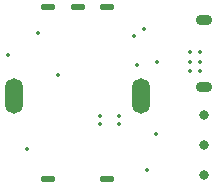
<source format=gbr>
%TF.GenerationSoftware,Altium Limited,Altium Designer,20.1.8 (145)*%
G04 Layer_Color=0*
%FSLAX45Y45*%
%MOMM*%
%TF.SameCoordinates,CA905C98-E8E4-4B69-B290-3362CF0B177B*%
%TF.FilePolarity,Positive*%
%TF.FileFunction,Plated,1,2,PTH,Drill*%
%TF.Part,Single*%
G01*
G75*
%TA.AperFunction,ComponentDrill*%
%ADD55C,0.80000*%
%ADD56O,1.50000X3.00000*%
%ADD57O,1.25000X0.50000*%
%ADD58O,1.40000X0.90000*%
%TA.AperFunction,ViaDrill,NotFilled*%
%ADD59C,0.35000*%
D55*
X1748800Y106680D02*
D03*
Y614680D02*
D03*
Y360680D02*
D03*
D56*
X1214500Y775500D02*
D03*
X139500D02*
D03*
D57*
X427000Y75500D02*
D03*
X927000D02*
D03*
X677000Y1525500D02*
D03*
X427000D02*
D03*
X927000D02*
D03*
D58*
X1748800Y849000D02*
D03*
Y1415000D02*
D03*
D59*
X1181807Y1035220D02*
D03*
X1031233Y609063D02*
D03*
X863926D02*
D03*
Y536463D02*
D03*
X1031233D02*
D03*
X340829Y1305737D02*
D03*
X507516Y955040D02*
D03*
X91440Y1122680D02*
D03*
X246219Y322942D02*
D03*
X1265389Y147388D02*
D03*
X1344294Y449079D02*
D03*
X1632276Y1144774D02*
D03*
X1711100D02*
D03*
Y989226D02*
D03*
X1632276D02*
D03*
X1711100Y1067000D02*
D03*
X1632276D02*
D03*
X1348769D02*
D03*
X1236980Y1346408D02*
D03*
X1156809Y1285894D02*
D03*
%TF.MD5,26f52fd18cf954c5d0c32bc80bd43f19*%
M02*

</source>
